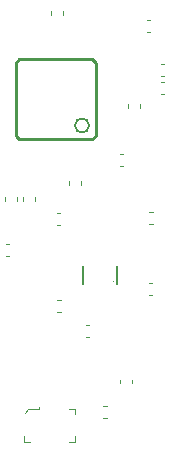
<source format=gbo>
G04 #@! TF.GenerationSoftware,KiCad,Pcbnew,(5.0.0-3-g5ebb6b6)*
G04 #@! TF.CreationDate,2020-03-21T14:46:23-07:00*
G04 #@! TF.ProjectId,ravenna,726176656E6E612E6B696361645F7063,rev?*
G04 #@! TF.SameCoordinates,Original*
G04 #@! TF.FileFunction,Legend,Bot*
G04 #@! TF.FilePolarity,Positive*
%FSLAX46Y46*%
G04 Gerber Fmt 4.6, Leading zero omitted, Abs format (unit mm)*
G04 Created by KiCad (PCBNEW (5.0.0-3-g5ebb6b6)) date Saturday, March 21, 2020 at 02:46:23 PM*
%MOMM*%
%LPD*%
G01*
G04 APERTURE LIST*
%ADD10C,0.120000*%
%ADD11C,0.127000*%
%ADD12C,0.254000*%
%ADD13C,0.100000*%
%ADD14C,0.152400*%
G04 APERTURE END LIST*
D10*
G04 #@! TO.C,R14*
X154797879Y-109552200D02*
X154472321Y-109552200D01*
X154797879Y-108532200D02*
X154472321Y-108532200D01*
G04 #@! TO.C,R5*
X154243821Y-92276200D02*
X154569379Y-92276200D01*
X154243821Y-93296200D02*
X154569379Y-93296200D01*
G04 #@! TO.C,R7*
X149087721Y-118108000D02*
X149413279Y-118108000D01*
X149087721Y-119128000D02*
X149413279Y-119128000D01*
G04 #@! TO.C,R9*
X147699000Y-106233079D02*
X147699000Y-105907521D01*
X148719000Y-106233079D02*
X148719000Y-105907521D01*
G04 #@! TO.C,C15*
X152283279Y-104650000D02*
X151957721Y-104650000D01*
X152283279Y-103630000D02*
X151957721Y-103630000D01*
G04 #@! TO.C,C16*
X146175000Y-91831279D02*
X146175000Y-91505721D01*
X147195000Y-91831279D02*
X147195000Y-91505721D01*
G04 #@! TO.C,C17*
X152652000Y-99756279D02*
X152652000Y-99430721D01*
X153672000Y-99756279D02*
X153672000Y-99430721D01*
G04 #@! TO.C,C19*
X146623721Y-108583000D02*
X146949279Y-108583000D01*
X146623721Y-109603000D02*
X146949279Y-109603000D01*
G04 #@! TO.C,C20*
X143258000Y-107304721D02*
X143258000Y-107630279D01*
X142238000Y-107304721D02*
X142238000Y-107630279D01*
G04 #@! TO.C,C21*
X144782000Y-107279221D02*
X144782000Y-107604779D01*
X143762000Y-107279221D02*
X143762000Y-107604779D01*
G04 #@! TO.C,C22*
X155763279Y-98554000D02*
X155437721Y-98554000D01*
X155763279Y-97534000D02*
X155437721Y-97534000D01*
G04 #@! TO.C,C30*
X152986200Y-122722521D02*
X152986200Y-123048079D01*
X151966200Y-122722521D02*
X151966200Y-123048079D01*
G04 #@! TO.C,C8*
X155763279Y-97030000D02*
X155437721Y-97030000D01*
X155763279Y-96010000D02*
X155437721Y-96010000D01*
G04 #@! TO.C,R22*
X142631379Y-112244600D02*
X142305821Y-112244600D01*
X142631379Y-111224600D02*
X142305821Y-111224600D01*
G04 #@! TO.C,R23*
X150586221Y-124966000D02*
X150911779Y-124966000D01*
X150586221Y-125986000D02*
X150911779Y-125986000D01*
D11*
G04 #@! TO.C,IC2*
X149376500Y-101210500D02*
G75*
G03X149376500Y-101210500I-600000J0D01*
G01*
D12*
X149929000Y-102088000D02*
X149929000Y-95888000D01*
X149654000Y-102363000D02*
X149929000Y-102088000D01*
X143454000Y-102363000D02*
X149654000Y-102363000D01*
X143179000Y-102088000D02*
X143454000Y-102363000D01*
X143179000Y-95888000D02*
X143179000Y-102088000D01*
X143454000Y-95613000D02*
X143179000Y-95888000D01*
X149654000Y-95613000D02*
X143454000Y-95613000D01*
X149929000Y-95888000D02*
X149654000Y-95613000D01*
D13*
G04 #@! TO.C,IC4*
X151517100Y-114388600D02*
G75*
G03X151517100Y-114388600I-50000J0D01*
G01*
D14*
X148895100Y-113107600D02*
X148895100Y-114669600D01*
X151740100Y-114669600D02*
X151740100Y-113107600D01*
D13*
G04 #@! TO.C,U1*
X144230000Y-125196000D02*
X143960000Y-125576000D01*
X144250000Y-125196000D02*
X144230000Y-125196000D01*
X144290000Y-125196000D02*
X144250000Y-125196000D01*
X145130000Y-125196000D02*
X144290000Y-125196000D01*
X145130000Y-125036000D02*
X145130000Y-125196000D01*
X148200000Y-127976000D02*
X148200000Y-127476000D01*
X148200000Y-127976000D02*
X147700000Y-127976000D01*
X148150000Y-125176000D02*
X147650000Y-125176000D01*
X143900000Y-127976000D02*
X144400000Y-127976000D01*
X143900000Y-127976000D02*
X143900000Y-127476000D01*
X148200000Y-125176000D02*
X148200000Y-125576000D01*
X148200000Y-125576000D02*
X148200000Y-125676000D01*
D10*
G04 #@! TO.C,R15*
X154421721Y-114552000D02*
X154747279Y-114552000D01*
X154421721Y-115572000D02*
X154747279Y-115572000D01*
G04 #@! TO.C,R16*
X146674721Y-116969000D02*
X147000279Y-116969000D01*
X146674721Y-115949000D02*
X147000279Y-115949000D01*
G04 #@! TD*
M02*

</source>
